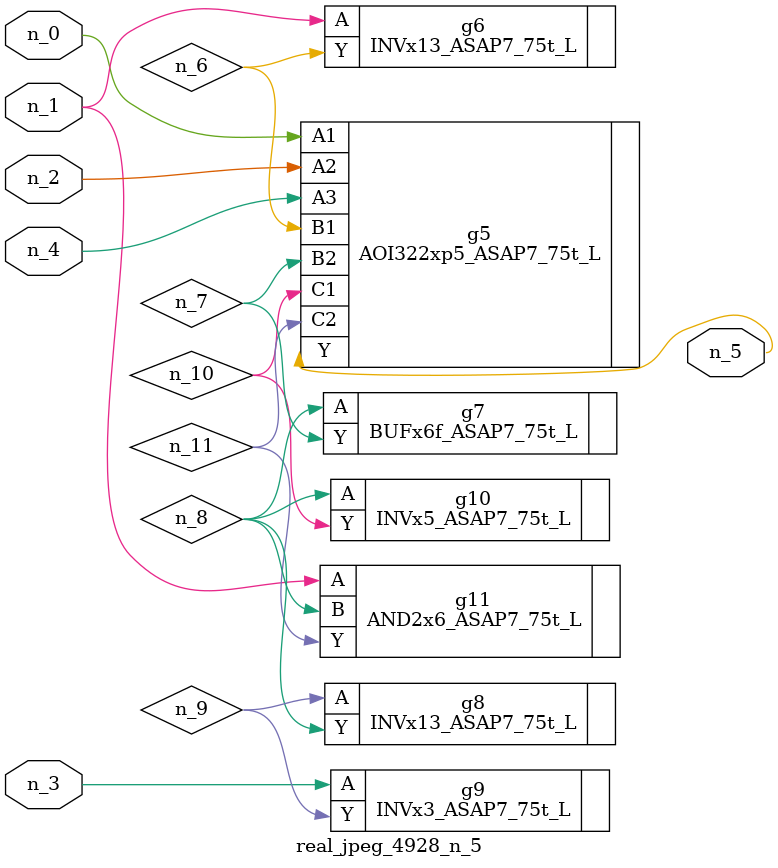
<source format=v>
module real_jpeg_4928_n_5 (n_4, n_0, n_1, n_2, n_3, n_5);

input n_4;
input n_0;
input n_1;
input n_2;
input n_3;

output n_5;

wire n_8;
wire n_11;
wire n_6;
wire n_7;
wire n_10;
wire n_9;

AOI322xp5_ASAP7_75t_L g5 ( 
.A1(n_0),
.A2(n_2),
.A3(n_4),
.B1(n_6),
.B2(n_7),
.C1(n_10),
.C2(n_11),
.Y(n_5)
);

INVx13_ASAP7_75t_L g6 ( 
.A(n_1),
.Y(n_6)
);

AND2x6_ASAP7_75t_L g11 ( 
.A(n_1),
.B(n_8),
.Y(n_11)
);

INVx3_ASAP7_75t_L g9 ( 
.A(n_3),
.Y(n_9)
);

BUFx6f_ASAP7_75t_L g7 ( 
.A(n_8),
.Y(n_7)
);

INVx5_ASAP7_75t_L g10 ( 
.A(n_8),
.Y(n_10)
);

INVx13_ASAP7_75t_L g8 ( 
.A(n_9),
.Y(n_8)
);


endmodule
</source>
